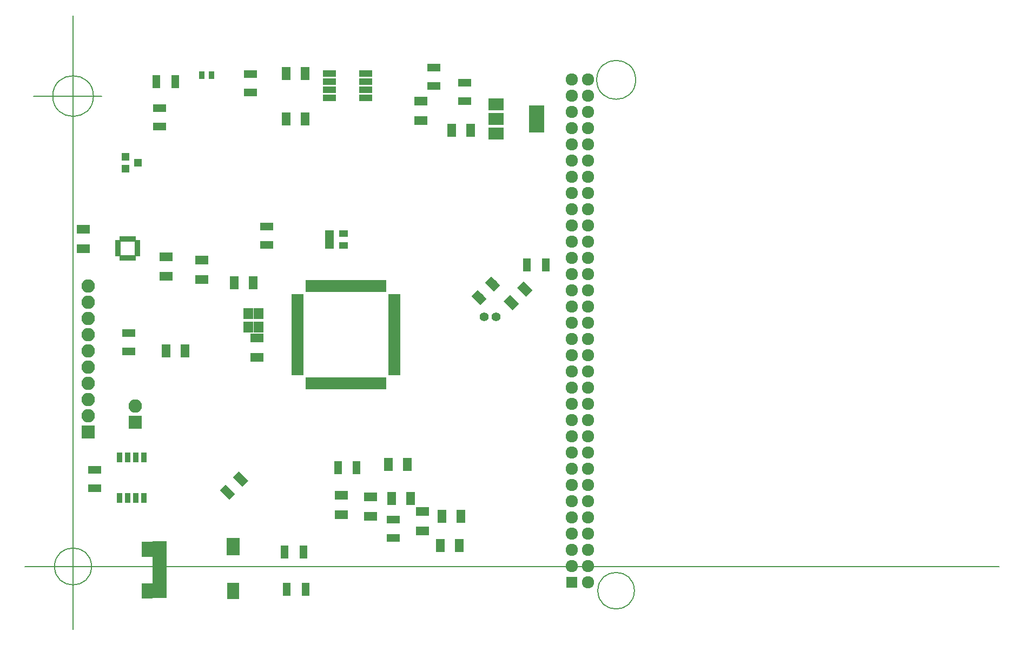
<source format=gts>
G04 #@! TF.GenerationSoftware,KiCad,Pcbnew,(5.1.2)-1*
G04 #@! TF.CreationDate,2019-05-10T01:18:28-03:00*
G04 #@! TF.ProjectId,pcb_v1,7063625f-7631-42e6-9b69-6361645f7063,rev?*
G04 #@! TF.SameCoordinates,Original*
G04 #@! TF.FileFunction,Soldermask,Top*
G04 #@! TF.FilePolarity,Negative*
%FSLAX46Y46*%
G04 Gerber Fmt 4.6, Leading zero omitted, Abs format (unit mm)*
G04 Created by KiCad (PCBNEW (5.1.2)-1) date 2019-05-10 01:18:28*
%MOMM*%
%LPD*%
G04 APERTURE LIST*
%ADD10C,0.150000*%
%ADD11C,1.300000*%
%ADD12C,0.100000*%
%ADD13C,1.400000*%
%ADD14R,1.400000X2.000000*%
%ADD15R,0.650000X1.950000*%
%ADD16R,1.950000X0.650000*%
%ADD17R,2.100000X1.300000*%
%ADD18R,2.000000X1.400000*%
%ADD19R,2.150000X1.050000*%
%ADD20R,1.300000X2.100000*%
%ADD21R,2.400000X4.200000*%
%ADD22R,2.400000X1.900000*%
%ADD23C,1.664000*%
%ADD24C,1.924000*%
%ADD25R,1.460000X1.050000*%
%ADD26R,0.900000X1.300000*%
%ADD27R,2.100000X2.100000*%
%ADD28O,2.100000X2.100000*%
%ADD29R,1.300000X1.200000*%
%ADD30R,0.908000X1.543000*%
%ADD31R,1.500000X1.700000*%
%ADD32R,2.200000X1.200000*%
%ADD33R,1.800000X2.400000*%
%ADD34R,2.000000X2.700000*%
%ADD35R,1.900000X2.600000*%
%ADD36R,0.950000X0.600000*%
%ADD37R,0.600000X0.950000*%
G04 APERTURE END LIST*
D10*
X58260000Y-57620000D02*
G75*
G03X58260000Y-57620000I-3180000J0D01*
G01*
X48900000Y-57620000D02*
X59570000Y-57620000D01*
X57960277Y-131280000D02*
G75*
G03X57960277Y-131280000I-2890277J0D01*
G01*
X55080000Y-141100000D02*
X55080000Y-45000000D01*
X47530000Y-131280000D02*
X200000000Y-131280000D01*
X143128688Y-55080000D02*
G75*
G03X143128688Y-55080000I-3048688J0D01*
G01*
X142930280Y-135080000D02*
G75*
G03X142930280Y-135080000I-2860280J0D01*
G01*
D11*
X79238695Y-119643305D03*
D12*
G36*
X79521538Y-120845387D02*
G01*
X78036613Y-119360462D01*
X78955852Y-118441223D01*
X80440777Y-119926148D01*
X79521538Y-120845387D01*
X79521538Y-120845387D01*
G37*
D11*
X81289305Y-117592695D03*
D12*
G36*
X81572148Y-118794777D02*
G01*
X80087223Y-117309852D01*
X81006462Y-116390613D01*
X82491387Y-117875538D01*
X81572148Y-118794777D01*
X81572148Y-118794777D01*
G37*
D13*
X119380000Y-92202000D03*
X121280000Y-92202000D03*
D14*
X104902000Y-120650000D03*
X107902000Y-120650000D03*
D15*
X91790000Y-102596000D03*
X92290000Y-102596000D03*
X92790000Y-102596000D03*
X93290000Y-102596000D03*
X93790000Y-102596000D03*
X94290000Y-102596000D03*
X94790000Y-102596000D03*
X95290000Y-102596000D03*
X95790000Y-102596000D03*
X96290000Y-102596000D03*
X96790000Y-102596000D03*
X97290000Y-102596000D03*
X97790000Y-102596000D03*
X98290000Y-102596000D03*
X98790000Y-102596000D03*
X99290000Y-102596000D03*
X99790000Y-102596000D03*
X100290000Y-102596000D03*
X100790000Y-102596000D03*
X101290000Y-102596000D03*
X101790000Y-102596000D03*
X102290000Y-102596000D03*
X102790000Y-102596000D03*
X103290000Y-102596000D03*
X103790000Y-102596000D03*
D16*
X105390000Y-100996000D03*
X105390000Y-100496000D03*
X105390000Y-99996000D03*
X105390000Y-99496000D03*
X105390000Y-98996000D03*
X105390000Y-98496000D03*
X105390000Y-97996000D03*
X105390000Y-97496000D03*
X105390000Y-96996000D03*
X105390000Y-96496000D03*
X105390000Y-95996000D03*
X105390000Y-95496000D03*
X105390000Y-94996000D03*
X105390000Y-94496000D03*
X105390000Y-93996000D03*
X105390000Y-93496000D03*
X105390000Y-92996000D03*
X105390000Y-92496000D03*
X105390000Y-91996000D03*
X105390000Y-91496000D03*
X105390000Y-90996000D03*
X105390000Y-90496000D03*
X105390000Y-89996000D03*
X105390000Y-89496000D03*
X105390000Y-88996000D03*
D15*
X103790000Y-87396000D03*
X103290000Y-87396000D03*
X102790000Y-87396000D03*
X102290000Y-87396000D03*
X101790000Y-87396000D03*
X101290000Y-87396000D03*
X100790000Y-87396000D03*
X100290000Y-87396000D03*
X99790000Y-87396000D03*
X99290000Y-87396000D03*
X98790000Y-87396000D03*
X98290000Y-87396000D03*
X97790000Y-87396000D03*
X97290000Y-87396000D03*
X96790000Y-87396000D03*
X96290000Y-87396000D03*
X95790000Y-87396000D03*
X95290000Y-87396000D03*
X94790000Y-87396000D03*
X94290000Y-87396000D03*
X93790000Y-87396000D03*
X93290000Y-87396000D03*
X92790000Y-87396000D03*
X92290000Y-87396000D03*
X91790000Y-87396000D03*
D16*
X90190000Y-88996000D03*
X90190000Y-89496000D03*
X90190000Y-89996000D03*
X90190000Y-90496000D03*
X90190000Y-90996000D03*
X90190000Y-91496000D03*
X90190000Y-91996000D03*
X90190000Y-92496000D03*
X90190000Y-92996000D03*
X90190000Y-93496000D03*
X90190000Y-93996000D03*
X90190000Y-94496000D03*
X90190000Y-94996000D03*
X90190000Y-95496000D03*
X90190000Y-95996000D03*
X90190000Y-96496000D03*
X90190000Y-96996000D03*
X90190000Y-97496000D03*
X90190000Y-97996000D03*
X90190000Y-98496000D03*
X90190000Y-98996000D03*
X90190000Y-99496000D03*
X90190000Y-99996000D03*
X90190000Y-100496000D03*
X90190000Y-100996000D03*
D17*
X63754000Y-94742000D03*
X63754000Y-97642000D03*
D18*
X69596000Y-85828000D03*
X69596000Y-82828000D03*
D19*
X100838000Y-57912000D03*
X100838000Y-56642000D03*
X100838000Y-55372000D03*
X100838000Y-54102000D03*
X95238000Y-54102000D03*
X95238000Y-55372000D03*
X95238000Y-56642000D03*
X95238000Y-57912000D03*
D20*
X126132000Y-84074000D03*
X129032000Y-84074000D03*
D18*
X97028000Y-120142000D03*
X97028000Y-123142000D03*
D13*
X123653340Y-89960660D03*
D12*
G36*
X123865472Y-91162742D02*
G01*
X122451258Y-89748528D01*
X123441208Y-88758578D01*
X124855422Y-90172792D01*
X123865472Y-91162742D01*
X123865472Y-91162742D01*
G37*
D13*
X125774660Y-87839340D03*
D12*
G36*
X125986792Y-89041422D02*
G01*
X124572578Y-87627208D01*
X125562528Y-86637258D01*
X126976742Y-88051472D01*
X125986792Y-89041422D01*
X125986792Y-89041422D01*
G37*
D18*
X83820000Y-95504000D03*
X83820000Y-98504000D03*
D14*
X80288000Y-86868000D03*
X83288000Y-86868000D03*
X104418000Y-115316000D03*
X107418000Y-115316000D03*
X117324000Y-62992000D03*
X114324000Y-62992000D03*
D18*
X109474000Y-58444000D03*
X109474000Y-61444000D03*
X101600000Y-120420000D03*
X101600000Y-123420000D03*
D14*
X112546000Y-128016000D03*
X115546000Y-128016000D03*
X112800000Y-123444000D03*
X115800000Y-123444000D03*
D18*
X109728000Y-125706000D03*
X109728000Y-122706000D03*
D20*
X99420000Y-115824000D03*
X96520000Y-115824000D03*
D17*
X111506000Y-53160000D03*
X111506000Y-56060000D03*
X116332000Y-58420000D03*
X116332000Y-55520000D03*
X105156000Y-126852000D03*
X105156000Y-123952000D03*
D21*
X127610000Y-61214000D03*
D22*
X121310000Y-61214000D03*
X121310000Y-63514000D03*
X121310000Y-58914000D03*
D23*
X133150000Y-133770000D03*
D12*
G36*
X133982000Y-134602000D02*
G01*
X132318000Y-134602000D01*
X132318000Y-132938000D01*
X133982000Y-132938000D01*
X133982000Y-134602000D01*
X133982000Y-134602000D01*
G37*
D24*
X133150000Y-131230000D03*
X133150000Y-128690000D03*
X133150000Y-126150000D03*
X133150000Y-123610000D03*
X133150000Y-121070000D03*
X133150000Y-118530000D03*
X133150000Y-115990000D03*
X133150000Y-113450000D03*
X133150000Y-110910000D03*
X133150000Y-108370000D03*
X133150000Y-105830000D03*
X133150000Y-103290000D03*
X133150000Y-100750000D03*
X133150000Y-98210000D03*
X133150000Y-95670000D03*
X133150000Y-93130000D03*
X133150000Y-90590000D03*
X133150000Y-88050000D03*
X133150000Y-85510000D03*
X133150000Y-82970000D03*
X133150000Y-80430000D03*
X133150000Y-77890000D03*
X133150000Y-75350000D03*
X133150000Y-72810000D03*
X133150000Y-70270000D03*
X133150000Y-67730000D03*
X133150000Y-65190000D03*
X133150000Y-62650000D03*
X133150000Y-60110000D03*
X133150000Y-57570000D03*
X133150000Y-55030000D03*
X135690000Y-133770000D03*
X135690000Y-131230000D03*
X135690000Y-128690000D03*
X135690000Y-126150000D03*
X135690000Y-123610000D03*
X135690000Y-121070000D03*
X135690000Y-118530000D03*
X135690000Y-115990000D03*
X135690000Y-113450000D03*
X135690000Y-110910000D03*
X135690000Y-108370000D03*
X135690000Y-105830000D03*
X135690000Y-103290000D03*
X135690000Y-100750000D03*
X135690000Y-98210000D03*
X135690000Y-95670000D03*
X135690000Y-93130000D03*
X135690000Y-90590000D03*
X135690000Y-88050000D03*
X135690000Y-85510000D03*
X135690000Y-82970000D03*
X135690000Y-80430000D03*
X135690000Y-77890000D03*
X135690000Y-75350000D03*
X135690000Y-72810000D03*
X135690000Y-70270000D03*
X135690000Y-67730000D03*
X135690000Y-65190000D03*
X135690000Y-62650000D03*
X135690000Y-60110000D03*
X135690000Y-57570000D03*
X135690000Y-55030000D03*
D18*
X75184000Y-86336000D03*
X75184000Y-83336000D03*
X56642000Y-81510000D03*
X56642000Y-78510000D03*
D14*
X88416000Y-54102000D03*
X91416000Y-54102000D03*
X91416000Y-61214000D03*
X88416000Y-61214000D03*
D17*
X85344000Y-80952000D03*
X85344000Y-78052000D03*
X82804000Y-54176000D03*
X82804000Y-57076000D03*
D25*
X95166000Y-79126000D03*
X95166000Y-80076000D03*
X95166000Y-81026000D03*
X97366000Y-81026000D03*
X97366000Y-79126000D03*
D14*
X69620000Y-97536000D03*
X72620000Y-97536000D03*
D26*
X75208000Y-54356000D03*
X76708000Y-54356000D03*
D27*
X57404000Y-110236000D03*
D28*
X57404000Y-107696000D03*
X57404000Y-105156000D03*
X57404000Y-102616000D03*
X57404000Y-100076000D03*
X57404000Y-97536000D03*
X57404000Y-94996000D03*
X57404000Y-92456000D03*
X57404000Y-89916000D03*
X57404000Y-87376000D03*
D27*
X64770000Y-108712000D03*
D28*
X64770000Y-106172000D03*
D20*
X71046000Y-55372000D03*
X68146000Y-55372000D03*
D17*
X68580000Y-59510000D03*
X68580000Y-62410000D03*
D20*
X88212000Y-129032000D03*
X91112000Y-129032000D03*
X88540000Y-134874000D03*
X91440000Y-134874000D03*
D17*
X58420000Y-119052000D03*
X58420000Y-116152000D03*
D29*
X63262000Y-67122000D03*
X63262000Y-69022000D03*
X65262000Y-68072000D03*
D30*
X62357000Y-114173000D03*
X63627000Y-114173000D03*
X64897000Y-114173000D03*
X66167000Y-114173000D03*
X66167000Y-120523000D03*
X64897000Y-120523000D03*
X63627000Y-120523000D03*
X62357000Y-120523000D03*
D31*
X84137000Y-93760000D03*
X84137000Y-91660000D03*
X82487000Y-91660000D03*
X82487000Y-93760000D03*
D32*
X68580000Y-135636000D03*
X68580000Y-134536000D03*
X68580000Y-133436000D03*
X68580000Y-132336000D03*
X68580000Y-131236000D03*
X68580000Y-130136000D03*
X68580000Y-129036000D03*
X68580000Y-127936000D03*
D33*
X66680000Y-135136000D03*
X66680000Y-128636000D03*
D34*
X80130000Y-128136000D03*
D35*
X80130000Y-135136000D03*
D36*
X65108000Y-80461000D03*
X65108000Y-80861000D03*
X65108000Y-81261000D03*
X65108000Y-81661000D03*
X65108000Y-82061000D03*
X65108000Y-82461000D03*
D37*
X64608000Y-82961000D03*
X64208000Y-82961000D03*
X63808000Y-82961000D03*
X63408000Y-82961000D03*
X63008000Y-82961000D03*
X62608000Y-82961000D03*
D36*
X62108000Y-82461000D03*
X62108000Y-82061000D03*
X62108000Y-81661000D03*
X62108000Y-81261000D03*
X62108000Y-80861000D03*
X62108000Y-80461000D03*
D37*
X62608000Y-79961000D03*
X63008000Y-79961000D03*
X63408000Y-79961000D03*
X63808000Y-79961000D03*
X64208000Y-79961000D03*
X64608000Y-79961000D03*
D13*
X120739320Y-87032680D03*
D12*
G36*
X120951452Y-88234762D02*
G01*
X119537238Y-86820548D01*
X120527188Y-85830598D01*
X121941402Y-87244812D01*
X120951452Y-88234762D01*
X120951452Y-88234762D01*
G37*
D13*
X118618000Y-89154000D03*
D12*
G36*
X118830132Y-90356082D02*
G01*
X117415918Y-88941868D01*
X118405868Y-87951918D01*
X119820082Y-89366132D01*
X118830132Y-90356082D01*
X118830132Y-90356082D01*
G37*
M02*

</source>
